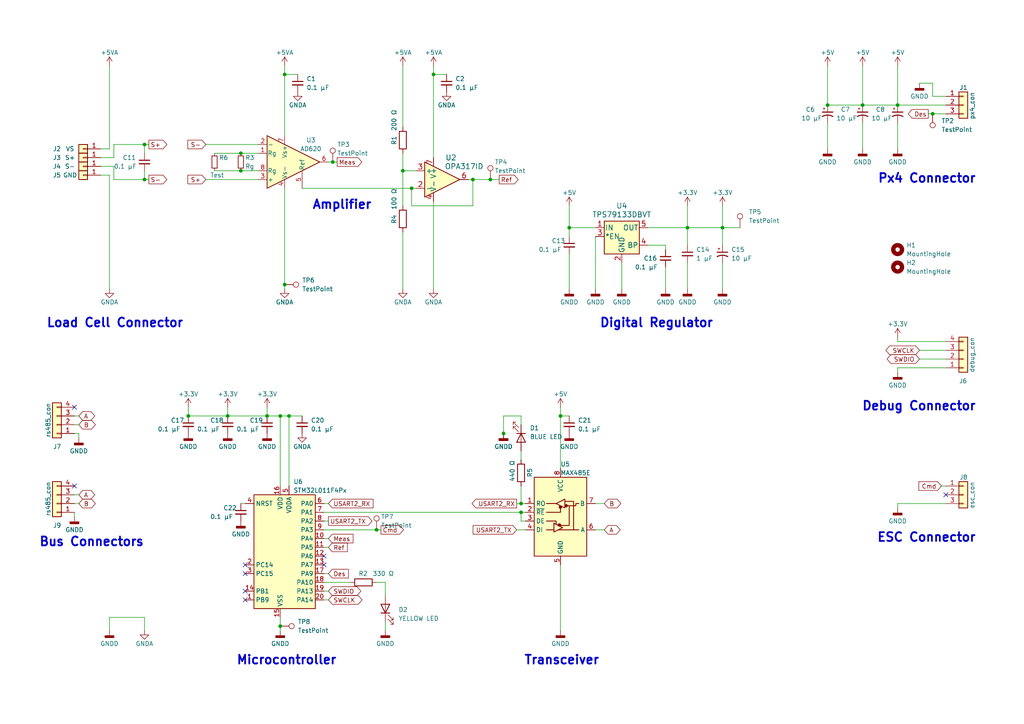
<source format=kicad_sch>
(kicad_sch (version 20230121) (generator eeschema)
  (paper "A4")
  (lib_symbols
    (symbol "Amplifier_Instrumentation:AD620" (pin_names (offset 0.127))
      (property "Reference" "U" (at 3.81 7.62 0))
      (property "Value" "AD620" (at 5.08 5.08 0))
      (symbol "AD620_0_1"
        (polyline (pts (xy -7.62 7.62) (xy -7.62 -7.62) (xy 7.62 0) (xy -7.62 7.62)) (stroke (width 0.254)) (fill (type background)))
      )
      (symbol "AD620_1_1"
        (pin passive line (at -10.16 2.54 0) (length 2.54) (name "Rg") (number "1"))
        (pin input line (at -10.16 5.08 0) (length 2.54) (name "-") (number "2"))
        (pin input line (at -10.16 -5.08 0) (length 2.54) (name "+") (number "3"))
        (pin power_in line (at -2.54 -7.62 90) (length 2.54) (name "Vs-") (number "4"))
        (pin passive line (at 2.54 -7.62 90) (length 5.08) (name "Ref") (number "5"))
        (pin output line (at 10.16 0 180) (length 2.54) (name "~") (number "6"))
        (pin power_in line (at -2.54 7.62 270) (length 2.54) (name "Vs+") (number "7"))
        (pin passive line (at -10.16 -2.54 0) (length 2.54) (name "Rg") (number "8"))
      )
    )
    (symbol "Connector:TestPoint" (pin_numbers hide) (pin_names (offset 0.762) hide)
      (property "Reference" "TP" (at 0 6.858 0))
      (property "Value" "TestPoint" (at 0 5.08 0))
      (symbol "TestPoint_0_1"
        (circle (center 0 3.302) (radius 0.762))
      )
      (symbol "TestPoint_1_1"
        (pin passive line (at 0 0 90) (length 2.54) (name "1") (number "1"))
      )
    )
    (symbol "Connector_Generic:Conn_01x01" (pin_names (offset 1.016) hide)
      (property "Reference" "J" (at 0 2.54 0))
      (property "Value" "Conn_01x01" (at 0 -2.54 0))
      (symbol "Conn_01x01_1_1"
        (rectangle (start -1.27 0.127) (end 0 -0.127) (stroke (width 0.1524)))
        (rectangle (start -1.27 1.27) (end 1.27 -1.27) (stroke (width 0.254)) (fill (type background)))
        (pin passive line (at -5.08 0 0) (length 3.81) (name "Pin_1") (number "1"))
      )
    )
    (symbol "Connector_Generic:Conn_01x03" (pin_names (offset 1.016) hide)
      (property "Reference" "J" (at 0 5.08 0))
      (property "Value" "Conn_01x03" (at 0 -5.08 0))
      (symbol "Conn_01x03_1_1"
        (rectangle (start -1.27 -2.413) (end 0 -2.667) (stroke (width 0.1524)))
        (rectangle (start -1.27 0.127) (end 0 -0.127) (stroke (width 0.1524)))
        (rectangle (start -1.27 2.667) (end 0 2.413) (stroke (width 0.1524)))
        (rectangle (start -1.27 3.81) (end 1.27 -3.81) (stroke (width 0.254)) (fill (type background)))
        (pin passive line (at -5.08 2.54 0) (length 3.81) (name "Pin_1") (number "1"))
        (pin passive line (at -5.08 0 0) (length 3.81) (name "Pin_2") (number "2"))
        (pin passive line (at -5.08 -2.54 0) (length 3.81) (name "Pin_3") (number "3"))
      )
    )
    (symbol "Connector_Generic:Conn_01x04" (pin_names (offset 1.016) hide)
      (property "Reference" "J" (at 0 5.08 0))
      (property "Value" "Conn_01x04" (at 0 -7.62 0))
      (symbol "Conn_01x04_1_1"
        (rectangle (start -1.27 -4.953) (end 0 -5.207) (stroke (width 0.1524)))
        (rectangle (start -1.27 -2.413) (end 0 -2.667) (stroke (width 0.1524)))
        (rectangle (start -1.27 0.127) (end 0 -0.127) (stroke (width 0.1524)))
        (rectangle (start -1.27 2.667) (end 0 2.413) (stroke (width 0.1524)))
        (rectangle (start -1.27 3.81) (end 1.27 -6.35) (stroke (width 0.254)) (fill (type background)))
        (pin passive line (at -5.08 2.54 0) (length 3.81) (name "Pin_1") (number "1"))
        (pin passive line (at -5.08 0 0) (length 3.81) (name "Pin_2") (number "2"))
        (pin passive line (at -5.08 -2.54 0) (length 3.81) (name "Pin_3") (number "3"))
        (pin passive line (at -5.08 -5.08 0) (length 3.81) (name "Pin_4") (number "4"))
      )
    )
    (symbol "Device:C_Polarized_Small_US" (pin_numbers hide) (pin_names (offset 0.254) hide)
      (property "Reference" "C" (at 0.254 1.778 0))
      (property "Value" "C_Polarized_Small_US" (at 0.254 -2.032 0))
      (symbol "C_Polarized_Small_US_0_1"
        (polyline (pts (xy -1.524 0.508) (xy 1.524 0.508)) (stroke (width 0.3048)))
        (polyline (pts (xy -1.27 1.524) (xy -0.762 1.524)))
        (polyline (pts (xy -1.016 1.27) (xy -1.016 1.778)))
        (arc (start 1.524 -0.762) (mid 0 -0.3734) (end -1.524 -0.762) (stroke (width 0.3048)))
      )
      (symbol "C_Polarized_Small_US_1_1"
        (pin passive line (at 0 2.54 270) (length 2.032) (name "~") (number "1"))
        (pin passive line (at 0 -2.54 90) (length 2.032) (name "~") (number "2"))
      )
    )
    (symbol "Device:C_Small" (pin_numbers hide) (pin_names (offset 0.254) hide)
      (property "Reference" "C" (at 0.254 1.778 0))
      (property "Value" "C_Small" (at 0.254 -2.032 0))
      (symbol "C_Small_0_1"
        (polyline (pts (xy -1.524 -0.508) (xy 1.524 -0.508)) (stroke (width 0.3302)))
        (polyline (pts (xy -1.524 0.508) (xy 1.524 0.508)) (stroke (width 0.3048)))
      )
      (symbol "C_Small_1_1"
        (pin passive line (at 0 2.54 270) (length 2.032) (name "~") (number "1"))
        (pin passive line (at 0 -2.54 90) (length 2.032) (name "~") (number "2"))
      )
    )
    (symbol "Device:LED" (pin_numbers hide) (pin_names (offset 1.016) hide)
      (property "Reference" "D" (at 0 2.54 0))
      (property "Value" "LED" (at 0 -2.54 0))
      (symbol "LED_0_1"
        (polyline (pts (xy -1.27 -1.27) (xy -1.27 1.27)) (stroke (width 0.254)))
        (polyline (pts (xy -1.27 0) (xy 1.27 0)))
        (polyline (pts (xy 1.27 -1.27) (xy 1.27 1.27) (xy -1.27 0) (xy 1.27 -1.27)) (stroke (width 0.254)))
        (polyline (pts (xy -3.048 -0.762) (xy -4.572 -2.286) (xy -3.81 -2.286) (xy -4.572 -2.286) (xy -4.572 -1.524)))
        (polyline (pts (xy -1.778 -0.762) (xy -3.302 -2.286) (xy -2.54 -2.286) (xy -3.302 -2.286) (xy -3.302 -1.524)))
      )
      (symbol "LED_1_1"
        (pin passive line (at -3.81 0 0) (length 2.54) (name "K") (number "1"))
        (pin passive line (at 3.81 0 180) (length 2.54) (name "A") (number "2"))
      )
    )
    (symbol "Device:R" (pin_numbers hide) (pin_names (offset 0))
      (property "Reference" "R" (at 2.032 0 90))
      (property "Value" "R" (at 0 0 90))
      (symbol "R_0_1"
        (rectangle (start -1.016 -2.54) (end 1.016 2.54) (stroke (width 0.254)))
      )
      (symbol "R_1_1"
        (pin passive line (at 0 3.81 270) (length 1.27) (name "~") (number "1"))
        (pin passive line (at 0 -3.81 90) (length 1.27) (name "~") (number "2"))
      )
    )
    (symbol "Device:R_Small" (pin_numbers hide) (pin_names (offset 0.254) hide)
      (property "Reference" "R" (at 0.762 0.508 0))
      (property "Value" "R_Small" (at 0.762 -1.016 0))
      (symbol "R_Small_0_1"
        (rectangle (start -0.762 1.778) (end 0.762 -1.778) (stroke (width 0.2032)))
      )
      (symbol "R_Small_1_1"
        (pin passive line (at 0 2.54 270) (length 0.762) (name "~") (number "1"))
        (pin passive line (at 0 -2.54 90) (length 0.762) (name "~") (number "2"))
      )
    )
    (symbol "Interface_UART:MAX485E"
      (property "Reference" "U" (at -6.096 11.43 0))
      (property "Value" "MAX485E" (at 0.762 11.43 0))
      (symbol "MAX485E_0_1"
        (rectangle (start -7.62 10.16) (end 7.62 -12.7) (stroke (width 0.254)) (fill (type background)))
        (circle (center -0.3048 -3.683) (radius 0.3556) (stroke (width 0.254)) (fill (type outline)))
        (circle (center -0.0254 1.4986) (radius 0.3556) (stroke (width 0.254)) (fill (type outline)))
        (polyline (pts (xy -4.064 -5.08) (xy -1.905 -5.08)) (stroke (width 0.254)))
        (polyline (pts (xy -4.064 2.54) (xy -1.27 2.54)) (stroke (width 0.254)))
        (polyline (pts (xy -1.27 -3.2004) (xy -1.27 -3.4544)) (stroke (width 0.254)))
        (polyline (pts (xy -0.635 -5.08) (xy 5.334 -5.08)) (stroke (width 0.254)))
        (polyline (pts (xy -4.064 -2.54) (xy -1.27 -2.54) (xy -1.27 -3.175)) (stroke (width 0.254)))
        (polyline (pts (xy 0 1.27) (xy 0 0) (xy -4.064 0)) (stroke (width 0.254)))
        (polyline (pts (xy 1.27 3.175) (xy 3.81 3.175) (xy 3.81 -5.08)) (stroke (width 0.254)))
        (polyline (pts (xy 2.54 1.905) (xy 2.54 -3.81) (xy 0 -3.81)) (stroke (width 0.254)))
        (polyline (pts (xy -1.905 -3.175) (xy -1.905 -5.715) (xy 0.635 -4.445) (xy -1.905 -3.175)) (stroke (width 0.254)))
        (polyline (pts (xy -1.27 2.54) (xy 1.27 3.81) (xy 1.27 1.27) (xy -1.27 2.54)) (stroke (width 0.254)))
        (polyline (pts (xy 1.905 1.905) (xy 4.445 1.905) (xy 4.445 2.54) (xy 5.334 2.54)) (stroke (width 0.254)))
        (rectangle (start 1.27 3.175) (end 1.27 3.175))
        (circle (center 1.651 1.905) (radius 0.3556) (stroke (width 0.254)) (fill (type outline)))
      )
      (symbol "MAX485E_1_1"
        (pin output line (at -10.16 2.54 0) (length 2.54) (name "RO") (number "1"))
        (pin input line (at -10.16 0 0) (length 2.54) (name "~{RE}") (number "2"))
        (pin input line (at -10.16 -2.54 0) (length 2.54) (name "DE") (number "3"))
        (pin input line (at -10.16 -5.08 0) (length 2.54) (name "DI") (number "4"))
        (pin power_in line (at 0 -15.24 90) (length 2.54) (name "GND") (number "5"))
        (pin bidirectional line (at 10.16 -5.08 180) (length 2.54) (name "A") (number "6"))
        (pin bidirectional line (at 10.16 2.54 180) (length 2.54) (name "B") (number "7"))
        (pin power_in line (at 0 12.7 270) (length 2.54) (name "VCC") (number "8"))
      )
    )
    (symbol "MCU_ST_STM32L0:STM32L011F4Px"
      (property "Reference" "U" (at -10.16 16.51 0))
      (property "Value" "STM32L011F4Px" (at 2.54 16.51 0))
      (symbol "STM32L011F4Px_0_1"
        (rectangle (start -10.16 -17.78) (end 7.62 15.24) (stroke (width 0.254)) (fill (type background)))
      )
      (symbol "STM32L011F4Px_1_1"
        (pin bidirectional line (at -12.7 -15.24 0) (length 2.54) (name "PB9") (number "1"))
        (pin bidirectional line (at 10.16 2.54 180) (length 2.54) (name "PA4") (number "10"))
        (pin bidirectional line (at 10.16 0 180) (length 2.54) (name "PA5") (number "11"))
        (pin bidirectional line (at 10.16 -2.54 180) (length 2.54) (name "PA6") (number "12"))
        (pin bidirectional line (at 10.16 -5.08 180) (length 2.54) (name "PA7") (number "13"))
        (pin bidirectional line (at -12.7 -12.7 0) (length 2.54) (name "PB1") (number "14"))
        (pin power_in line (at -2.54 -20.32 90) (length 2.54) (name "VSS") (number "15"))
        (pin power_in line (at -2.54 17.78 270) (length 2.54) (name "VDD") (number "16"))
        (pin bidirectional line (at 10.16 -7.62 180) (length 2.54) (name "PA9") (number "17"))
        (pin bidirectional line (at 10.16 -10.16 180) (length 2.54) (name "PA10") (number "18"))
        (pin bidirectional line (at 10.16 -12.7 180) (length 2.54) (name "PA13") (number "19"))
        (pin bidirectional line (at -12.7 -5.08 0) (length 2.54) (name "PC14") (number "2"))
        (pin bidirectional line (at 10.16 -15.24 180) (length 2.54) (name "PA14") (number "20"))
        (pin bidirectional line (at -12.7 -7.62 0) (length 2.54) (name "PC15") (number "3"))
        (pin input line (at -12.7 12.7 0) (length 2.54) (name "NRST") (number "4"))
        (pin power_in line (at 0 17.78 270) (length 2.54) (name "VDDA") (number "5"))
        (pin bidirectional line (at 10.16 12.7 180) (length 2.54) (name "PA0") (number "6"))
        (pin bidirectional line (at 10.16 10.16 180) (length 2.54) (name "PA1") (number "7"))
        (pin bidirectional line (at 10.16 7.62 180) (length 2.54) (name "PA2") (number "8"))
        (pin bidirectional line (at 10.16 5.08 180) (length 2.54) (name "PA3") (number "9"))
      )
    )
    (symbol "Mechanical:MountingHole" (pin_names (offset 1.016))
      (property "Reference" "H" (at 0 5.08 0))
      (property "Value" "MountingHole" (at 0 3.175 0))
      (symbol "MountingHole_0_1"
        (circle (center 0 0) (radius 1.27) (stroke (width 1.27)))
      )
    )
    (symbol "OPA317ID:OPA317ID" (pin_names (offset 0.258))
      (property "Reference" "U" (at 19.05 -2.54 0))
      (property "Value" "OPA317ID" (at 24.13 -5.08 0))
      (symbol "OPA317ID_0_1"
        (polyline (pts (xy 12.7 -3.81) (xy 22.86 -8.89) (xy 12.7 -13.97) (xy 12.7 -3.81)) (stroke (width 0.254)) (fill (type background)))
      )
      (symbol "OPA317ID_1_1"
        (pin no_connect line (at 15.24 -6.35 270) (length 2.54) hide (name "NC") (number "1"))
        (pin input line (at 10.16 -11.43 0) (length 2.54) (name "-") (number "2"))
        (pin input line (at 10.16 -6.35 0) (length 2.54) (name "+") (number "3"))
        (pin power_in line (at 15.24 -15.24 90) (length 2.54) (name "V-") (number "4"))
        (pin no_connect line (at 17.78 -6.35 270) (length 2.54) hide (name "NC") (number "5"))
        (pin output line (at 25.4 -8.89 180) (length 2.54) (name "") (number "6"))
        (pin power_in line (at 15.24 -2.54 270) (length 2.54) (name "V+") (number "7"))
        (pin no_connect line (at 17.78 -11.43 90) (length 2.54) hide (name "NC") (number "8"))
      )
    )
    (symbol "TPS79133DBVT:TPS79133DBVT" (pin_names (offset 0.254))
      (property "Reference" "U" (at 7.62 7.62 0))
      (property "Value" "TPS79133DBVT" (at 7.62 5.08 0))
      (symbol "TPS79133DBVT_1_1"
        (rectangle (start 12.7 -7.62) (end 2.54 1.905) (stroke (width 0.254)) (fill (type background)))
        (pin power_in line (at 0 0 0) (length 2.54) (name "IN") (number "1"))
        (pin power_in line (at 7.62 -10.16 90) (length 2.54) (name "GND") (number "2"))
        (pin input line (at 0 -2.54 0) (length 2.54) (name "*EN") (number "3"))
        (pin passive line (at 15.24 -5.08 180) (length 2.54) (name "BP") (number "4"))
        (pin power_out line (at 15.24 0 180) (length 2.54) (name "OUT") (number "5"))
      )
    )
    (symbol "power:+3.3V" (power) (pin_names (offset 0))
      (property "Value" "+3.3V" (at 0 3.556 0))
      (symbol "+3.3V_0_1"
        (polyline (pts (xy -0.762 1.27) (xy 0 2.54)))
        (polyline (pts (xy 0 0) (xy 0 2.54)))
        (polyline (pts (xy 0 2.54) (xy 0.762 1.27)))
      )
      (symbol "+3.3V_1_1"
        (pin power_in line (at 0 0 90) (length 0) hide (name "+3.3V") (number "1"))
      )
    )
    (symbol "power:+5V" (power) (pin_names (offset 0))
      (property "Value" "+5V" (at 0 3.556 0))
      (symbol "+5V_0_1"
        (polyline (pts (xy -0.762 1.27) (xy 0 2.54)))
        (polyline (pts (xy 0 0) (xy 0 2.54)))
        (polyline (pts (xy 0 2.54) (xy 0.762 1.27)))
      )
      (symbol "+5V_1_1"
        (pin power_in line (at 0 0 90) (length 0) hide (name "+5V") (number "1"))
      )
    )
    (symbol "power:+5VA" (power) (pin_names (offset 0))
      (property "Value" "+5VA" (at 0 3.556 0))
      (symbol "+5VA_0_1"
        (polyline (pts (xy -0.762 1.27) (xy 0 2.54)))
        (polyline (pts (xy 0 0) (xy 0 2.54)))
        (polyline (pts (xy 0 2.54) (xy 0.762 1.27)))
      )
      (symbol "+5VA_1_1"
        (pin power_in line (at 0 0 90) (length 0) hide (name "+5VA") (number "1"))
      )
    )
    (symbol "power:GNDA" (power) (pin_names (offset 0))
      (property "Value" "GNDA" (at 0 -3.81 0))
      (symbol "GNDA_0_1"
        (polyline (pts (xy 0 0) (xy 0 -1.27) (xy 1.27 -1.27) (xy 0 -2.54) (xy -1.27 -1.27) (xy 0 -1.27)))
      )
      (symbol "GNDA_1_1"
        (pin power_in line (at 0 0 270) (length 0) hide (name "GNDA") (number "1"))
      )
    )
    (symbol "power:GNDD" (power) (pin_names (offset 0))
      (property "Value" "GNDD" (at 0 -3.175 0))
      (symbol "GNDD_0_1"
        (rectangle (start -1.27 -1.524) (end 1.27 -2.032) (stroke (width 0.254)) (fill (type outline)))
        (polyline (pts (xy 0 0) (xy 0 -1.524)))
      )
      (symbol "GNDD_1_1"
        (pin power_in line (at 0 0 270) (length 0) hide (name "GNDD") (number "1"))
      )
    )
  )
  (junction (at 66.04 120.65))
  (junction (at 250.19 30.48))
  (junction (at 54.61 120.65))
  (junction (at 119.38 54.61))
  (junction (at 125.73 21.59))
  (junction (at 240.03 30.48))
  (junction (at 77.47 120.65))
  (junction (at 69.85 44.45))
  (junction (at 162.56 120.65))
  (junction (at 81.28 181.61))
  (junction (at 151.13 146.05))
  (junction (at 69.85 49.53))
  (junction (at 96.52 46.99))
  (junction (at 41.91 52.07))
  (junction (at 270.51 33.02))
  (junction (at 109.22 153.67))
  (junction (at 82.55 21.59))
  (junction (at 165.1 66.04))
  (junction (at 199.39 66.04))
  (junction (at 41.91 41.91))
  (junction (at 142.24 52.07))
  (junction (at 151.13 148.59))
  (junction (at 81.28 120.65))
  (junction (at 146.05 125.73))
  (junction (at 83.82 120.65))
  (junction (at 260.35 30.48))
  (junction (at 137.16 52.07))
  (junction (at 116.84 49.53))
  (junction (at 209.55 66.04))
  (junction (at 82.55 82.55))
  (no_connect (at 93.98 163.83))
  (no_connect (at 93.98 161.29))
  (no_connect (at 71.12 173.99))
  (no_connect (at 71.12 163.83))
  (no_connect (at 71.12 171.45))
  (no_connect (at 71.12 166.37))
  (no_connect (at 21.59 140.97))
  (no_connect (at 21.59 118.11))
  (no_connect (at 274.32 143.51))
  (wire (pts (xy 93.98 171.45) (xy 95.25 171.45)))
  (wire (pts (xy 81.28 120.65) (xy 83.82 120.65)))
  (wire (pts (xy 21.59 120.65) (xy 22.86 120.65)))
  (wire (pts (xy 260.35 99.06) (xy 274.32 99.06)))
  (wire (pts (xy 209.55 83.82) (xy 209.55 76.2)))
  (wire (pts (xy 31.75 50.8) (xy 31.75 83.82)))
  (wire (pts (xy 62.23 44.45) (xy 69.85 44.45)))
  (wire (pts (xy 137.16 52.07) (xy 137.16 59.69)))
  (wire (pts (xy 33.02 52.07) (xy 41.91 52.07)))
  (wire (pts (xy 119.38 54.61) (xy 119.38 59.69)))
  (wire (pts (xy 116.84 19.05) (xy 116.84 36.83)))
  (wire (pts (xy 266.7 104.14) (xy 274.32 104.14)))
  (wire (pts (xy 54.61 118.11) (xy 54.61 120.65)))
  (wire (pts (xy 21.59 149.86) (xy 21.59 148.59)))
  (wire (pts (xy 93.98 148.59) (xy 151.13 148.59)))
  (wire (pts (xy 151.13 151.13) (xy 151.13 148.59)))
  (wire (pts (xy 165.1 73.66) (xy 165.1 83.82)))
  (wire (pts (xy 165.1 66.04) (xy 165.1 68.58)))
  (wire (pts (xy 41.91 52.07) (xy 43.18 52.07)))
  (wire (pts (xy 93.98 158.75) (xy 95.25 158.75)))
  (wire (pts (xy 162.56 118.11) (xy 162.56 120.65)))
  (wire (pts (xy 187.96 71.12) (xy 193.04 71.12)))
  (wire (pts (xy 116.84 49.53) (xy 116.84 59.69)))
  (wire (pts (xy 270.51 24.13) (xy 270.51 27.94)))
  (wire (pts (xy 119.38 54.61) (xy 120.65 54.61)))
  (wire (pts (xy 172.72 146.05) (xy 175.26 146.05)))
  (wire (pts (xy 180.34 76.2) (xy 180.34 83.82)))
  (wire (pts (xy 21.59 125.73) (xy 22.86 125.73)))
  (wire (pts (xy 81.28 140.97) (xy 81.28 120.65)))
  (wire (pts (xy 83.82 120.65) (xy 87.63 120.65)))
  (wire (pts (xy 109.22 168.91) (xy 111.76 168.91)))
  (wire (pts (xy 29.21 43.18) (xy 31.75 43.18)))
  (wire (pts (xy 260.35 146.05) (xy 260.35 147.32)))
  (wire (pts (xy 93.98 151.13) (xy 95.25 151.13)))
  (wire (pts (xy 82.55 21.59) (xy 82.55 39.37)))
  (wire (pts (xy 93.98 146.05) (xy 95.25 146.05)))
  (wire (pts (xy 82.55 54.61) (xy 82.55 82.55)))
  (wire (pts (xy 151.13 130.81) (xy 151.13 133.35)))
  (wire (pts (xy 146.05 120.65) (xy 146.05 125.73)))
  (wire (pts (xy 172.72 153.67) (xy 175.26 153.67)))
  (wire (pts (xy 240.03 19.05) (xy 240.03 30.48)))
  (wire (pts (xy 33.02 45.72) (xy 33.02 41.91)))
  (wire (pts (xy 59.69 52.07) (xy 74.93 52.07)))
  (wire (pts (xy 77.47 120.65) (xy 81.28 120.65)))
  (wire (pts (xy 250.19 35.56) (xy 250.19 43.18)))
  (wire (pts (xy 151.13 148.59) (xy 152.4 148.59)))
  (wire (pts (xy 151.13 120.65) (xy 146.05 120.65)))
  (wire (pts (xy 82.55 19.05) (xy 82.55 21.59)))
  (wire (pts (xy 260.35 30.48) (xy 274.32 30.48)))
  (wire (pts (xy 149.86 153.67) (xy 152.4 153.67)))
  (wire (pts (xy 116.84 67.31) (xy 116.84 83.82)))
  (wire (pts (xy 125.73 21.59) (xy 129.54 21.59)))
  (wire (pts (xy 135.89 52.07) (xy 137.16 52.07)))
  (wire (pts (xy 59.69 41.91) (xy 74.93 41.91)))
  (wire (pts (xy 125.73 58.42) (xy 125.73 83.82)))
  (wire (pts (xy 83.82 120.65) (xy 83.82 140.97)))
  (wire (pts (xy 93.98 153.67) (xy 109.22 153.67)))
  (wire (pts (xy 199.39 76.2) (xy 199.39 83.82)))
  (wire (pts (xy 260.35 107.95) (xy 260.35 106.68)))
  (wire (pts (xy 41.91 41.91) (xy 41.91 44.45)))
  (wire (pts (xy 209.55 66.04) (xy 199.39 66.04)))
  (wire (pts (xy 31.75 19.05) (xy 31.75 43.18)))
  (wire (pts (xy 31.75 179.07) (xy 41.91 179.07)))
  (wire (pts (xy 111.76 180.34) (xy 111.76 182.88)))
  (wire (pts (xy 21.59 146.05) (xy 22.86 146.05)))
  (wire (pts (xy 240.03 35.56) (xy 240.03 43.18)))
  (wire (pts (xy 151.13 123.19) (xy 151.13 120.65)))
  (wire (pts (xy 162.56 120.65) (xy 162.56 135.89)))
  (wire (pts (xy 209.55 71.12) (xy 209.55 66.04)))
  (wire (pts (xy 93.98 156.21) (xy 95.25 156.21)))
  (wire (pts (xy 165.1 66.04) (xy 172.72 66.04)))
  (wire (pts (xy 270.51 27.94) (xy 274.32 27.94)))
  (wire (pts (xy 151.13 146.05) (xy 152.4 146.05)))
  (wire (pts (xy 66.04 120.65) (xy 77.47 120.65)))
  (wire (pts (xy 270.51 33.02) (xy 269.24 33.02)))
  (wire (pts (xy 81.28 179.07) (xy 81.28 181.61)))
  (wire (pts (xy 62.23 49.53) (xy 69.85 49.53)))
  (wire (pts (xy 29.21 50.8) (xy 31.75 50.8)))
  (wire (pts (xy 33.02 48.26) (xy 33.02 52.07)))
  (wire (pts (xy 41.91 179.07) (xy 41.91 182.88)))
  (wire (pts (xy 209.55 59.69) (xy 209.55 66.04)))
  (wire (pts (xy 193.04 71.12) (xy 193.04 72.39)))
  (wire (pts (xy 199.39 59.69) (xy 199.39 66.04)))
  (wire (pts (xy 116.84 44.45) (xy 116.84 49.53)))
  (wire (pts (xy 29.21 48.26) (xy 33.02 48.26)))
  (wire (pts (xy 69.85 49.53) (xy 74.93 49.53)))
  (wire (pts (xy 137.16 52.07) (xy 142.24 52.07)))
  (wire (pts (xy 260.35 146.05) (xy 274.32 146.05)))
  (wire (pts (xy 69.85 146.05) (xy 71.12 146.05)))
  (wire (pts (xy 87.63 54.61) (xy 119.38 54.61)))
  (wire (pts (xy 41.91 41.91) (xy 43.18 41.91)))
  (wire (pts (xy 125.73 19.05) (xy 125.73 21.59)))
  (wire (pts (xy 162.56 120.65) (xy 165.1 120.65)))
  (wire (pts (xy 31.75 182.88) (xy 31.75 179.07)))
  (wire (pts (xy 119.38 59.69) (xy 137.16 59.69)))
  (wire (pts (xy 22.86 127) (xy 22.86 125.73)))
  (wire (pts (xy 95.25 46.99) (xy 96.52 46.99)))
  (wire (pts (xy 41.91 49.53) (xy 41.91 52.07)))
  (wire (pts (xy 209.55 66.04) (xy 214.63 66.04)))
  (wire (pts (xy 81.28 181.61) (xy 81.28 182.88)))
  (wire (pts (xy 152.4 151.13) (xy 151.13 151.13)))
  (wire (pts (xy 165.1 59.69) (xy 165.1 66.04)))
  (wire (pts (xy 125.73 21.59) (xy 125.73 45.72)))
  (wire (pts (xy 29.21 45.72) (xy 33.02 45.72)))
  (wire (pts (xy 109.22 153.67) (xy 110.49 153.67)))
  (wire (pts (xy 193.04 77.47) (xy 193.04 83.82)))
  (wire (pts (xy 199.39 66.04) (xy 199.39 71.12)))
  (wire (pts (xy 93.98 166.37) (xy 95.25 166.37)))
  (wire (pts (xy 260.35 97.79) (xy 260.35 99.06)))
  (wire (pts (xy 111.76 168.91) (xy 111.76 172.72)))
  (wire (pts (xy 69.85 44.45) (xy 74.93 44.45)))
  (wire (pts (xy 172.72 68.58) (xy 172.72 83.82)))
  (wire (pts (xy 82.55 21.59) (xy 86.36 21.59)))
  (wire (pts (xy 116.84 49.53) (xy 120.65 49.53)))
  (wire (pts (xy 21.59 123.19) (xy 22.86 123.19)))
  (wire (pts (xy 260.35 106.68) (xy 274.32 106.68)))
  (wire (pts (xy 93.98 173.99) (xy 95.25 173.99)))
  (wire (pts (xy 162.56 163.83) (xy 162.56 182.88)))
  (wire (pts (xy 77.47 118.11) (xy 77.47 120.65)))
  (wire (pts (xy 66.04 118.11) (xy 66.04 120.65)))
  (wire (pts (xy 266.7 24.13) (xy 270.51 24.13)))
  (wire (pts (xy 151.13 140.97) (xy 151.13 146.05)))
  (wire (pts (xy 33.02 41.91) (xy 41.91 41.91)))
  (wire (pts (xy 142.24 52.07) (xy 144.78 52.07)))
  (wire (pts (xy 93.98 168.91) (xy 101.6 168.91)))
  (wire (pts (xy 260.35 35.56) (xy 260.35 43.18)))
  (wire (pts (xy 266.7 101.6) (xy 274.32 101.6)))
  (wire (pts (xy 270.51 33.02) (xy 274.32 33.02)))
  (wire (pts (xy 96.52 46.99) (xy 97.79 46.99)))
  (wire (pts (xy 149.86 146.05) (xy 151.13 146.05)))
  (wire (pts (xy 250.19 19.05) (xy 250.19 30.48)))
  (wire (pts (xy 273.05 140.97) (xy 274.32 140.97)))
  (wire (pts (xy 250.19 30.48) (xy 260.35 30.48)))
  (wire (pts (xy 240.03 30.48) (xy 250.19 30.48)))
  (wire (pts (xy 54.61 120.65) (xy 66.04 120.65)))
  (wire (pts (xy 187.96 66.04) (xy 199.39 66.04)))
  (wire (pts (xy 260.35 19.05) (xy 260.35 30.48)))
  (wire (pts (xy 82.55 82.55) (xy 82.55 83.82)))
  (wire (pts (xy 21.59 143.51) (xy 22.86 143.51)))
  (text "Debug Connector" (at 283.21 119.38 0) (effects (font (size 2.54 2.54) (thickness 0.508) bold) (justify right bottom)))
  (text "Bus Connectors\n" (at 41.91 158.75 0) (effects (font (size 2.54 2.54) (thickness 0.508) bold) (justify right bottom)))
  (text "Transceiver\n" (at 173.99 193.04 0) (effects (font (size 2.54 2.54) (thickness 0.508) bold) (justify right bottom)))
  (text "ESC Connector" (at 283.21 157.48 0) (effects (font (size 2.54 2.54) (thickness 0.508) bold) (justify right bottom)))
  (text "Px4 Connector" (at 283.21 53.34 0) (effects (font (size 2.54 2.54) (thickness 0.508) bold) (justify right bottom)))
  (text "Digital Regulator\n" (at 207.01 95.25 0) (effects (font (size 2.54 2.54) (thickness 0.508) bold) (justify right bottom)))
  (text "Microcontroller" (at 97.79 193.04 0) (effects (font (size 2.54 2.54) (thickness 0.508) bold) (justify right bottom)))
  (text "Load Cell Connector" (at 53.34 95.25 0) (effects (font (size 2.54 2.54) (thickness 0.508) bold) (justify right bottom)))
  (text "Amplifier\n" (at 107.95 60.96 0) (effects (font (size 2.54 2.54) (thickness 0.508) bold) (justify right bottom)))
  (global_label "B" (shape bidirectional) (at 175.26 146.05 0) (property "Intersheetrefs" "${INTERSHEET_REFS}" (effects hide)))
  (global_label "S+" (shape output) (at 43.18 41.91 0) (property "Intersheetrefs" "${INTERSHEET_REFS}" (effects hide)))
  (global_label "USART2_RX" (shape input) (at 95.25 146.05 0) (property "Intersheetrefs" "${INTERSHEET_REFS}" (effects hide)))
  (global_label "A" (shape bidirectional) (at 22.86 120.65 0) (property "Intersheetrefs" "${INTERSHEET_REFS}" (effects hide)))
  (global_label "Cmd" (shape input) (at 273.05 140.97 180) (property "Intersheetrefs" "${INTERSHEET_REFS}" (effects hide)))
  (global_label "USART2_RX" (shape output) (at 149.86 146.05 180) (property "Intersheetrefs" "${INTERSHEET_REFS}" (effects hide)))
  (global_label "Ref" (shape output) (at 144.78 52.07 0) (property "Intersheetrefs" "${INTERSHEET_REFS}" (effects hide)))
  (global_label "SWCLK" (shape bidirectional) (at 266.7 101.6 180) (property "Intersheetrefs" "${INTERSHEET_REFS}" (effects hide)))
  (global_label "A" (shape bidirectional) (at 22.86 143.51 0) (property "Intersheetrefs" "${INTERSHEET_REFS}" (effects hide)))
  (global_label "A" (shape bidirectional) (at 175.26 153.67 0) (property "Intersheetrefs" "${INTERSHEET_REFS}" (effects hide)))
  (global_label "S-" (shape input) (at 59.69 41.91 180) (property "Intersheetrefs" "${INTERSHEET_REFS}" (effects hide)))
  (global_label "S-" (shape output) (at 43.18 52.07 0) (property "Intersheetrefs" "${INTERSHEET_REFS}" (effects hide)))
  (global_label "Des" (shape input) (at 95.25 166.37 0) (property "Intersheetrefs" "${INTERSHEET_REFS}" (effects hide)))
  (global_label "USART2_TX" (shape output) (at 95.25 151.13 0) (property "Intersheetrefs" "${INTERSHEET_REFS}" (effects hide)))
  (global_label "Meas" (shape input) (at 95.25 156.21 0) (property "Intersheetrefs" "${INTERSHEET_REFS}" (effects hide)))
  (global_label "SWDIO" (shape bidirectional) (at 266.7 104.14 180) (property "Intersheetrefs" "${INTERSHEET_REFS}" (effects hide)))
  (global_label "Des" (shape output) (at 269.24 33.02 180) (property "Intersheetrefs" "${INTERSHEET_REFS}" (effects hide)))
  (global_label "Cmd" (shape output) (at 110.49 153.67 0) (property "Intersheetrefs" "${INTERSHEET_REFS}" (effects hide)))
  (global_label "B" (shape bidirectional) (at 22.86 123.19 0) (property "Intersheetrefs" "${INTERSHEET_REFS}" (effects hide)))
  (global_label "Ref" (shape input) (at 95.25 158.75 0) (property "Intersheetrefs" "${INTERSHEET_REFS}" (effects hide)))
  (global_label "S+" (shape input) (at 59.69 52.07 180) (property "Intersheetrefs" "${INTERSHEET_REFS}" (effects hide)))
  (global_label "SWCLK" (shape bidirectional) (at 95.25 173.99 0) (property "Intersheetrefs" "${INTERSHEET_REFS}" (effects hide)))
  (global_label "SWDIO" (shape bidirectional) (at 95.25 171.45 0) (property "Intersheetrefs" "${INTERSHEET_REFS}" (effects hide)))
  (global_label "Meas" (shape output) (at 97.79 46.99 0) (property "Intersheetrefs" "${INTERSHEET_REFS}" (effects hide)))
  (global_label "B" (shape bidirectional) (at 22.86 146.05 0) (property "Intersheetrefs" "${INTERSHEET_REFS}" (effects hide)))
  (global_label "USART2_TX" (shape input) (at 149.86 153.67 180) (property "Intersheetrefs" "${INTERSHEET_REFS}" (effects hide)))
  (symbol (lib_id "power:GNDD") (at 31.75 182.88 0) (unit 1)
    (property "Reference" "#PWR058" (effects hide))
    (property "Value" "GNDD" (at 31.75 186.69 0))
  )
  (symbol (lib_id "Device:C_Polarized_Small_US") (at 250.19 33.02 0) (unit 1)
    (property "Reference" "C7" (at 243.84 31.75 0) (effects (justify left)))
    (property "Value" "10 μF" (at 242.57 34.29 0) (effects (justify left)))
    (property "Footprint" "Capacitor_SMD:C_0805_2012Metric_Pad1.18x1.45mm_HandSolder" (effects hide))
    (property "Datasheet" "https://www.mouser.es/datasheet/2/212/KEM_C1006_X5R_SMD-1103249.pdf" (effects hide))
  )
  (symbol (lib_id "TPS79133DBVT:TPS79133DBVT") (at 172.72 66.04 0) (unit 1)
    (property "Reference" "U4" (at 180.34 59.69 0) (effects (font (size 1.524 1.524))))
    (property "Value" "TPS79133DBVT" (at 180.34 62.23 0) (effects (font (size 1.524 1.524))))
    (property "Footprint" "TPS79133DBVT:TPS79133DBVT" (effects hide))
    (property "Datasheet" "https://www.ti.com/lit/ds/symlink/tps791.pdf?ts=1664976144880&ref_url=https%253A%252F%252Fwww.ti.com%252Fproduct%252FTPS791%252Fpart-details%252FTPS79133DBVT" (effects hide))
  )
  (symbol (lib_id "Connector_Generic:Conn_01x01") (at 24.13 48.26 180) (unit 1)
    (property "Reference" "J4" (at 16.51 48.26 0))
    (property "Value" "S-" (at 20.32 48.26 0))
    (property "Footprint" "Connector_Wire:SolderWirePad_1x01_SMD_1x2mm" (effects hide))
  )
  (symbol (lib_id "Device:C_Small") (at 54.61 123.19 0) (unit 1)
    (property "Reference" "C17" (at 49.53 121.92 0) (effects (justify left)))
    (property "Value" "0.1 μF" (at 45.72 124.46 0) (effects (justify left)))
    (property "Footprint" "Capacitor_SMD:C_0805_2012Metric_Pad1.18x1.45mm_HandSolder" (effects hide))
    (property "Datasheet" "https://www.mouser.es/datasheet/2/212/KEM_C1023_X7R_AUTO_SMD-1093309.pdf" (effects hide))
  )
  (symbol (lib_id "Device:R_Small") (at 69.85 46.99 0) (unit 1)
    (property "Reference" "R3" (at 71.12 45.72 0) (effects (justify left)))
    (property "Value" "Rg" (at 71.12 48.26 0) (effects (justify left)))
    (property "Footprint" "Resistor_SMD:R_0805_2012Metric_Pad1.20x1.40mm_HandSolder" (effects hide))
    (property "Datasheet" "https://www.mouser.es/datasheet/2/348/sdr_e-3009658.pdf" (effects hide))
  )
  (symbol (lib_id "Connector:TestPoint") (at 142.24 52.07 0) (unit 1)
    (property "Reference" "TP4" (at 143.51 46.99 0) (effects (justify left)))
    (property "Value" "TestPoint" (at 143.51 49.53 0) (effects (justify left)))
    (property "Footprint" "TestPoint:TestPoint_THTPad_D2.0mm_Drill1.0mm" (effects hide))
  )
  (symbol (lib_id "Device:C_Polarized_Small_US") (at 240.03 33.02 0) (unit 1)
    (property "Reference" "C6" (at 233.68 31.75 0) (effects (justify left)))
    (property "Value" "10 μF" (at 232.41 34.29 0) (effects (justify left)))
    (property "Footprint" "Capacitor_SMD:C_0805_2012Metric_Pad1.18x1.45mm_HandSolder" (effects hide))
    (property "Datasheet" "https://www.mouser.es/datasheet/2/212/KEM_C1006_X5R_SMD-1103249.pdf" (effects hide))
  )
  (symbol (lib_id "power:GNDD") (at 162.56 182.88 0) (unit 1)
    (property "Reference" "#PWR020" (effects hide))
    (property "Value" "GNDD" (at 162.56 186.69 0))
  )
  (symbol (lib_id "power:GNDD") (at 260.35 107.95 0) (unit 1)
    (property "Reference" "#PWR039" (effects hide))
    (property "Value" "GNDD" (at 260.35 111.76 0))
  )
  (symbol (lib_id "Device:C_Small") (at 69.85 148.59 0) (unit 1)
    (property "Reference" "C22" (at 64.77 147.32 0) (effects (justify left)))
    (property "Value" "0.1 μF" (at 60.96 149.86 0) (effects (justify left)))
    (property "Footprint" "Capacitor_SMD:C_0805_2012Metric_Pad1.18x1.45mm_HandSolder" (effects hide))
    (property "Datasheet" "https://www.mouser.es/datasheet/2/212/KEM_C1023_X7R_AUTO_SMD-1093309.pdf" (effects hide))
  )
  (symbol (lib_id "Connector:TestPoint") (at 82.55 82.55 270) (unit 1)
    (property "Reference" "TP6" (at 87.63 81.2799 90) (effects (justify left)))
    (property "Value" "TestPoint" (at 87.63 83.8199 90) (effects (justify left)))
    (property "Footprint" "TestPoint:TestPoint_THTPad_D2.0mm_Drill1.0mm" (effects hide))
  )
  (symbol (lib_id "Connector_Generic:Conn_01x04") (at 16.51 123.19 180) (unit 1)
    (property "Reference" "J7" (at 17.78 129.54 0) (effects (justify left)))
    (property "Value" "rs485_con" (at 13.97 116.84 90) (effects (justify left)))
    (property "Footprint" "Connector_JST:JST_GH_SM04B-GHS-TB_1x04-1MP_P1.25mm_Horizontal" (effects hide))
    (property "Datasheet" "https://docs.rs-online.com/07d9/0900766b810cef18.pdf" (effects hide))
  )
  (symbol (lib_id "power:GNDD") (at 22.86 127 0) (unit 1)
    (property "Reference" "#PWR053" (effects hide))
    (property "Value" "GNDD" (at 22.86 130.81 0))
  )
  (symbol (lib_id "Connector:TestPoint") (at 109.22 153.67 0) (unit 1)
    (property "Reference" "TP7" (at 110.49 149.86 0) (effects (justify left)))
    (property "Value" "TestPoint" (at 110.49 152.4 0) (effects (justify left)))
    (property "Footprint" "TestPoint:TestPoint_THTPad_D2.0mm_Drill1.0mm" (effects hide))
  )
  (symbol (lib_id "Amplifier_Instrumentation:AD620") (at 85.09 46.99 0) (unit 1)
    (property "Reference" "U3" (at 90.17 40.64 0))
    (property "Value" "AD620" (at 90.17 43.18 0))
    (property "Footprint" "Package_SO:SOIC-8_3.9x4.9mm_P1.27mm" (effects hide))
    (property "Datasheet" "https://www.analog.com/media/en/technical-documentation/data-sheets/AD620.pdf" (effects hide))
  )
  (symbol (lib_id "power:GNDA") (at 31.75 83.82 0) (unit 1)
    (property "Reference" "#PWR027" (effects hide))
    (property "Value" "GNDA" (at 31.75 87.63 0))
  )
  (symbol (lib_id "power:+5VA") (at 125.73 19.05 0) (unit 1)
    (property "Reference" "#PWR015" (effects hide))
    (property "Value" "+5VA" (at 125.73 15.24 0))
  )
  (symbol (lib_id "Device:C_Small") (at 129.54 24.13 0) (unit 1)
    (property "Reference" "C2" (at 132.08 22.86 0) (effects (justify left)))
    (property "Value" "0.1 μF" (at 132.08 25.4 0) (effects (justify left)))
    (property "Footprint" "Capacitor_SMD:C_0805_2012Metric_Pad1.18x1.45mm_HandSolder" (effects hide))
    (property "Datasheet" "https://www.mouser.es/datasheet/2/212/KEM_C1023_X7R_AUTO_SMD-1093309.pdf" (effects hide))
  )
  (symbol (lib_id "Device:C_Small") (at 87.63 123.19 0) (unit 1)
    (property "Reference" "C20" (at 90.17 121.92 0) (effects (justify left)))
    (property "Value" "0.1 μF" (at 90.17 124.46 0) (effects (justify left)))
    (property "Footprint" "Capacitor_SMD:C_0805_2012Metric_Pad1.18x1.45mm_HandSolder" (effects hide))
    (property "Datasheet" "https://www.mouser.es/datasheet/2/212/KEM_C1023_X7R_AUTO_SMD-1093309.pdf" (effects hide))
  )
  (symbol (lib_id "Connector_Generic:Conn_01x01") (at 24.13 43.18 180) (unit 1)
    (property "Reference" "J2" (at 16.51 43.18 0))
    (property "Value" "VS" (at 20.32 43.18 0))
    (property "Footprint" "Connector_Wire:SolderWirePad_1x01_SMD_1x2mm" (effects hide))
  )
  (symbol (lib_id "power:+3.3V") (at 199.39 59.69 0) (unit 1)
    (property "Reference" "#PWR025" (effects hide))
    (property "Value" "+3.3V" (at 199.39 55.88 0))
  )
  (symbol (lib_id "power:+5VA") (at 82.55 19.05 0) (unit 1)
    (property "Reference" "#PWR06" (effects hide))
    (property "Value" "+5VA" (at 82.55 15.24 0))
  )
  (symbol (lib_id "power:GNDD") (at 66.04 125.73 0) (unit 1)
    (property "Reference" "#PWR047" (effects hide))
    (property "Value" "GNDD" (at 66.04 129.54 0))
  )
  (symbol (lib_id "power:GNDD") (at 260.35 147.32 0) (unit 1)
    (property "Reference" "#PWR055" (effects hide))
    (property "Value" "GNDD" (at 260.35 151.13 0))
  )
  (symbol (lib_id "Connector:TestPoint") (at 96.52 46.99 0) (unit 1)
    (property "Reference" "TP3" (at 97.79 41.91 0) (effects (justify left)))
    (property "Value" "TestPoint" (at 97.79 44.45 0) (effects (justify left)))
    (property "Footprint" "TestPoint:TestPoint_THTPad_D2.0mm_Drill1.0mm" (effects hide))
  )
  (symbol (lib_id "Connector_Generic:Conn_01x01") (at 24.13 45.72 180) (unit 1)
    (property "Reference" "J3" (at 16.51 45.72 0))
    (property "Value" "S+" (at 20.32 45.72 0))
    (property "Footprint" "Connector_Wire:SolderWirePad_1x01_SMD_1x2mm" (effects hide))
  )
  (symbol (lib_id "Device:C_Polarized_Small_US") (at 209.55 73.66 0) (unit 1)
    (property "Reference" "C15" (at 212.09 72.39 0) (effects (justify left)))
    (property "Value" "10 μF" (at 212.09 74.93 0) (effects (justify left)))
    (property "Footprint" "Capacitor_SMD:C_0805_2012Metric_Pad1.18x1.45mm_HandSolder" (effects hide))
    (property "Datasheet" "https://www.mouser.es/datasheet/2/212/KEM_C1006_X5R_SMD-1103249.pdf" (effects hide))
  )
  (symbol (lib_id "power:GNDD") (at 260.35 43.18 0) (unit 1)
    (property "Reference" "#PWR022" (effects hide))
    (property "Value" "GNDD" (at 260.35 46.99 0))
  )
  (symbol (lib_id "Device:C_Small") (at 165.1 71.12 0) (unit 1)
    (property "Reference" "C13" (at 160.02 69.85 0) (effects (justify left)))
    (property "Value" "0.1 μF" (at 156.21 72.39 0) (effects (justify left)))
    (property "Footprint" "Capacitor_SMD:C_0805_2012Metric_Pad1.18x1.45mm_HandSolder" (effects hide))
    (property "Datasheet" "https://www.mouser.es/datasheet/2/212/KEM_C1023_X7R_AUTO_SMD-1093309.pdf" (effects hide))
  )
  (symbol (lib_id "Device:R") (at 116.84 63.5 180) (unit 1)
    (property "Reference" "R4" (at 114.3 62.23 90) (effects (justify left)))
    (property "Value" "100 Ω" (at 114.3 54.61 90) (effects (justify left)))
    (property "Footprint" "Resistor_SMD:R_0805_2012Metric_Pad1.20x1.40mm_HandSolder" (effects hide))
    (property "Datasheet" "https://www.mouser.es/datasheet/2/348/sdr_e-3009658.pdf" (effects hide))
  )
  (symbol (lib_id "power:+5V") (at 165.1 59.69 0) (unit 1)
    (property "Reference" "#PWR024" (effects hide))
    (property "Value" "+5V" (at 165.1 55.88 0))
  )
  (symbol (lib_id "Connector_Generic:Conn_01x01") (at 24.13 50.8 180) (unit 1)
    (property "Reference" "J5" (at 16.51 50.8 0))
    (property "Value" "GND" (at 20.32 50.8 0))
    (property "Footprint" "Connector_Wire:SolderWirePad_1x01_SMD_1x2mm" (effects hide))
  )
  (symbol (lib_id "power:GNDD") (at 146.05 125.73 0) (unit 1)
    (property "Reference" "#PWR050" (effects hide))
    (property "Value" "GNDD" (at 146.05 129.54 0))
  )
  (symbol (lib_id "power:+3.3V") (at 77.47 118.11 0) (unit 1)
    (property "Reference" "#PWR043" (effects hide))
    (property "Value" "+3.3V" (at 77.47 114.3 0))
  )
  (symbol (lib_id "Device:C_Small") (at 199.39 73.66 0) (unit 1)
    (property "Reference" "C14" (at 201.93 72.39 0) (effects (justify left)))
    (property "Value" "1 μF" (at 201.93 74.93 0) (effects (justify left)))
    (property "Footprint" "Capacitor_SMD:C_0805_2012Metric_Pad1.18x1.45mm_HandSolder" (effects hide))
    (property "Datasheet" "https://www.mouser.es/datasheet/2/212/KEM_C1006_X5R_SMD-1103249.pdf" (effects hide))
  )
  (symbol (lib_id "Connector:TestPoint") (at 214.63 66.04 0) (unit 1)
    (property "Reference" "TP5" (at 217.17 61.4679 0) (effects (justify left)))
    (property "Value" "TestPoint" (at 217.17 64.0079 0) (effects (justify left)))
    (property "Footprint" "TestPoint:TestPoint_THTPad_D2.0mm_Drill1.0mm" (effects hide))
  )
  (symbol (lib_id "power:+3.3V") (at 260.35 97.79 0) (unit 1)
    (property "Reference" "#PWR038" (effects hide))
    (property "Value" "+3.3V" (at 260.35 93.98 0))
  )
  (symbol (lib_id "Device:LED") (at 151.13 127 270) (unit 1)
    (property "Reference" "D1" (at 153.67 124.1424 90) (effects (justify left)))
    (property "Value" "BLUE LED" (at 153.67 126.6824 90) (effects (justify left)))
    (property "Footprint" "LED_SMD:LED_0805_2012Metric_Pad1.15x1.40mm_HandSolder" (effects hide))
    (property "Datasheet" "https://www.mouser.es/datasheet/2/180/IN_S85CS5B_V1_0-2257952.pdf" (effects hide))
  )
  (symbol (lib_id "power:GNDD") (at 193.04 83.82 0) (unit 1)
    (property "Reference" "#PWR035" (effects hide))
    (property "Value" "GNDD" (at 193.04 87.63 0))
  )
  (symbol (lib_id "power:+3.3V") (at 66.04 118.11 0) (unit 1)
    (property "Reference" "#PWR042" (effects hide))
    (property "Value" "+3.3V" (at 66.04 114.3 0))
  )
  (symbol (lib_id "Connector_Generic:Conn_01x03") (at 279.4 30.48 0) (unit 1)
    (property "Reference" "J1" (at 280.67 25.4 0) (effects (justify right)))
    (property "Value" "px4_con" (at 281.94 26.67 90) (effects (justify right)))
    (property "Footprint" "Connector_PinHeader_2.54mm:PinHeader_1x03_P2.54mm_Horizontal" (effects hide))
  )
  (symbol (lib_id "power:GNDD") (at 240.03 43.18 0) (unit 1)
    (property "Reference" "#PWR0101" (effects hide))
    (property "Value" "GNDD" (at 240.03 46.99 0))
  )
  (symbol (lib_id "Mechanical:MountingHole") (at 260.35 72.39 0) (unit 1)
    (property "Reference" "H1" (at 262.89 71.1199 0) (effects (justify left)))
    (property "Value" "MountingHole" (at 262.89 73.6599 0) (effects (justify left)))
    (property "Footprint" "MountingHole:MountingHole_3.2mm_M3_Pad" (effects hide))
  )
  (symbol (lib_id "Device:C_Small") (at 77.47 123.19 0) (unit 1)
    (property "Reference" "C19" (at 72.39 121.92 0) (effects (justify left)))
    (property "Value" "0.1 μF" (at 68.58 124.46 0) (effects (justify left)))
    (property "Footprint" "Capacitor_SMD:C_0805_2012Metric_Pad1.18x1.45mm_HandSolder" (effects hide))
    (property "Datasheet" "https://www.mouser.es/datasheet/2/212/KEM_C1023_X7R_AUTO_SMD-1093309.pdf" (effects hide))
  )
  (symbol (lib_id "power:GNDA") (at 125.73 83.82 0) (unit 1)
    (property "Reference" "#PWR031" (effects hide))
    (property "Value" "GNDA" (at 125.73 87.63 0))
  )
  (symbol (lib_id "power:GNDD") (at 165.1 125.73 0) (unit 1)
    (property "Reference" "#PWR052" (effects hide))
    (property "Value" "GNDD" (at 165.1 129.54 0))
  )
  (symbol (lib_id "Device:R_Small") (at 62.23 46.99 0) (unit 1)
    (property "Reference" "R6" (at 63.5 45.72 0) (effects (justify left)))
    (property "Value" "Test" (at 60.96 50.8 0) (effects (justify left)))
    (property "Footprint" "Resistor_THT:R_Axial_DIN0204_L3.6mm_D1.6mm_P5.08mm_Horizontal" (effects hide))
    (property "Datasheet" "https://www.mouser.es/datasheet/2/348/sdr_e-3009658.pdf" (effects hide))
  )
  (symbol (lib_id "power:GNDD") (at 21.59 149.86 0) (unit 1)
    (property "Reference" "#PWR056" (effects hide))
    (property "Value" "GNDD" (at 21.59 153.67 0))
  )
  (symbol (lib_id "Device:C_Polarized_Small_US") (at 260.35 33.02 0) (unit 1)
    (property "Reference" "C8" (at 254 31.75 0) (effects (justify left)))
    (property "Value" "10 μF" (at 252.73 34.29 0) (effects (justify left)))
    (property "Footprint" "Capacitor_SMD:C_0805_2012Metric_Pad1.18x1.45mm_HandSolder" (effects hide))
    (property "Datasheet" "https://www.mouser.es/datasheet/2/212/KEM_C1006_X5R_SMD-1103249.pdf" (effects hide))
  )
  (symbol (lib_id "Connector:TestPoint") (at 81.28 181.61 270) (unit 1)
    (property "Reference" "TP8" (at 86.36 180.3399 90) (effects (justify left)))
    (property "Value" "TestPoint" (at 86.36 182.8799 90) (effects (justify left)))
    (property "Footprint" "TestPoint:TestPoint_THTPad_D2.0mm_Drill1.0mm" (effects hide))
  )
  (symbol (lib_id "Connector:TestPoint") (at 270.51 33.02 180) (unit 1)
    (property "Reference" "TP2" (at 273.05 35.0519 0) (effects (justify right)))
    (property "Value" "TestPoint" (at 273.05 37.5919 0) (effects (justify right)))
    (property "Footprint" "TestPoint:TestPoint_THTPad_D2.0mm_Drill1.0mm" (effects hide))
  )
  (symbol (lib_id "power:+3.3V") (at 54.61 118.11 0) (unit 1)
    (property "Reference" "#PWR041" (effects hide))
    (property "Value" "+3.3V" (at 54.61 114.3 0))
  )
  (symbol (lib_id "Mechanical:MountingHole") (at 260.35 77.47 0) (unit 1)
    (property "Reference" "H2" (at 262.89 76.1999 0) (effects (justify left)))
    (property "Value" "MountingHole" (at 262.89 78.7399 0) (effects (justify left)))
    (property "Footprint" "MountingHole:MountingHole_3.2mm_M3_Pad" (effects hide))
  )
  (symbol (lib_id "OPA317ID:OPA317ID") (at 110.49 43.18 0) (unit 1)
    (property "Reference" "U2" (at 130.81 45.72 0) (effects (font (size 1.524 1.524))))
    (property "Value" "OPA317ID" (at 134.62 48.26 0) (effects (font (size 1.524 1.524))))
    (property "Footprint" "OPA317ID:OPA317ID" (effects hide))
    (property "Datasheet" "https://www.ti.com/lit/ds/symlink/opa4317.pdf?HQS=dis-mous-null-mousermode-dsf-pf-null-wwe&ts=1665397932480&ref_url=https%253A%252F%252Fwww.mouser.es%252F" (effects hide))
  )
  (symbol (lib_id "power:GNDD") (at 250.19 43.18 0) (unit 1)
    (property "Reference" "#PWR021" (effects hide))
    (property "Value" "GNDD" (at 250.19 46.99 0))
  )
  (symbol (lib_id "power:GNDD") (at 165.1 83.82 0) (unit 1)
    (property "Reference" "#PWR032" (effects hide))
    (property "Value" "GNDD" (at 165.1 87.63 0))
  )
  (symbol (lib_id "Connector_Generic:Conn_01x03") (at 279.4 143.51 0) (unit 1)
    (property "Reference" "J8" (at 280.67 138.43 0) (effects (justify right)))
    (property "Value" "esc_con" (at 281.94 139.7 90) (effects (justify right)))
    (property "Footprint" "Connector_PinHeader_2.54mm:PinHeader_1x03_P2.54mm_Horizontal" (effects hide))
    (property "Datasheet" "https://eu.mouser.com/datasheet/2/181/M50-393-1101505.pdf" (effects hide))
  )
  (symbol (lib_id "power:GNDD") (at 266.7 24.13 0) (unit 1)
    (property "Reference" "#PWR023" (effects hide))
    (property "Value" "GNDD" (at 266.7 27.94 0))
  )
  (symbol (lib_id "Device:R") (at 151.13 137.16 0) (unit 1)
    (property "Reference" "R5" (at 153.67 138.43 90) (effects (justify left)))
    (property "Value" "440 Ω" (at 148.59 139.7 90) (effects (justify left)))
    (property "Footprint" "Resistor_SMD:R_0805_2012Metric_Pad1.20x1.40mm_HandSolder" (effects hide))
    (property "Datasheet" "https://www.mouser.es/datasheet/2/348/sdr_e-3009658.pdf" (effects hide))
  )
  (symbol (lib_id "Device:LED") (at 111.76 176.53 90) (unit 1)
    (property "Reference" "D2" (at 115.57 176.8474 90) (effects (justify right)))
    (property "Value" "YELLOW LED" (at 115.57 179.3874 90) (effects (justify right)))
    (property "Footprint" "LED_SMD:LED_0805_2012Metric_Pad1.15x1.40mm_HandSolder" (effects hide))
    (property "Datasheet" "https://www.mouser.es/datasheet/2/180/IN_S85CS5Y_V1_0-2257918.pdf" (effects hide))
  )
  (symbol (lib_id "power:+5V") (at 162.56 118.11 0) (unit 1)
    (property "Reference" "#PWR045" (effects hide))
    (property "Value" "+5V" (at 162.56 114.3 0))
  )
  (symbol (lib_id "Device:C_Small") (at 86.36 24.13 0) (unit 1)
    (property "Reference" "C1" (at 88.9 22.86 0) (effects (justify left)))
    (property "Value" "0.1 μF" (at 88.9 25.4 0) (effects (justify left)))
    (property "Footprint" "Capacitor_SMD:C_0805_2012Metric_Pad1.18x1.45mm_HandSolder" (effects hide))
    (property "Datasheet" "https://www.mouser.es/datasheet/2/212/KEM_C1023_X7R_AUTO_SMD-1093309.pdf" (effects hide))
  )
  (symbol (lib_id "power:GNDD") (at 69.85 151.13 0) (unit 1)
    (property "Reference" "#PWR057" (effects hide))
    (property "Value" "GNDD" (at 69.85 154.94 0))
  )
  (symbol (lib_id "power:+5V") (at 260.35 19.05 0) (unit 1)
    (property "Reference" "#PWR011" (effects hide))
    (property "Value" "+5V" (at 260.35 15.24 0))
  )
  (symbol (lib_id "Interface_UART:MAX485E") (at 162.56 148.59 0) (unit 1)
    (property "Reference" "U5" (at 162.56 134.62 0) (effects (justify left)))
    (property "Value" "MAX485E" (at 162.56 137.16 0) (effects (justify left)))
    (property "Footprint" "MAX1487ESA&plus_:MAX1487ESA&plus_" (effects hide))
    (property "Datasheet" "https://www.mouser.es/datasheet/2/256/MAX490-1389177.pdf" (effects hide))
  )
  (symbol (lib_id "Device:R") (at 105.41 168.91 90) (unit 1)
    (property "Reference" "R2" (at 106.68 166.37 90) (effects (justify left)))
    (property "Value" "330 Ω" (at 114.3 166.37 90) (effects (justify left)))
    (property "Footprint" "Resistor_SMD:R_0805_2012Metric_Pad1.20x1.40mm_HandSolder" (effects hide))
    (property "Datasheet" "https://www.mouser.es/datasheet/2/348/sdr_e-3009658.pdf" (effects hide))
  )
  (symbol (lib_id "power:GNDD") (at 172.72 83.82 0) (unit 1)
    (property "Reference" "#PWR033" (effects hide))
    (property "Value" "GNDD" (at 172.72 87.63 0))
  )
  (symbol (lib_id "Device:C_Small") (at 66.04 123.19 0) (unit 1)
    (property "Reference" "C18" (at 60.96 121.92 0) (effects (justify left)))
    (property "Value" "0.1 μF" (at 57.15 124.46 0) (effects (justify left)))
    (property "Footprint" "Capacitor_SMD:C_0805_2012Metric_Pad1.18x1.45mm_HandSolder" (effects hide))
    (property "Datasheet" "https://www.mouser.es/datasheet/2/212/KEM_C1023_X7R_AUTO_SMD-1093309.pdf" (effects hide))
  )
  (symbol (lib_id "Connector_Generic:Conn_01x04") (at 16.51 146.05 180) (unit 1)
    (property "Reference" "J9" (at 17.78 152.4 0) (effects (justify left)))
    (property "Value" "rs485_con" (at 13.97 139.7 90) (effects (justify left)))
    (property "Footprint" "Connector_JST:JST_GH_SM04B-GHS-TB_1x04-1MP_P1.25mm_Horizontal" (effects hide))
    (property "Datasheet" "https://docs.rs-online.com/07d9/0900766b810cef18.pdf" (effects hide))
  )
  (symbol (lib_id "Device:C_Small") (at 41.91 46.99 0) (unit 1)
    (property "Reference" "C11" (at 35.56 45.72 0) (effects (justify left)))
    (property "Value" "0.1 μF" (at 33.02 48.26 0) (effects (justify left)))
    (property "Footprint" "Capacitor_SMD:C_0805_2012Metric_Pad1.18x1.45mm_HandSolder" (effects hide))
    (property "Datasheet" "https://www.mouser.es/datasheet/2/212/KEM_C1023_X7R_AUTO_SMD-1093309.pdf" (effects hide))
  )
  (symbol (lib_id "power:+5VA") (at 116.84 19.05 0) (unit 1)
    (property "Reference" "#PWR014" (effects hide))
    (property "Value" "+5VA" (at 116.84 15.24 0))
  )
  (symbol (lib_id "Connector_Generic:Conn_01x04") (at 279.4 104.14 0) (mirror x) (unit 1)
    (property "Reference" "J6" (at 278.13 110.49 0) (effects (justify left)))
    (property "Value" "debug_con" (at 281.94 97.79 90) (effects (justify left)))
    (property "Footprint" "Connector_JST:JST_GH_SM04B-GHS-TB_1x04-1MP_P1.25mm_Horizontal" (effects hide))
    (property "Datasheet" "https://docs.rs-online.com/07d9/0900766b810cef18.pdf" (effects hide))
  )
  (symbol (lib_id "power:GNDD") (at 54.61 125.73 0) (unit 1)
    (property "Reference" "#PWR046" (effects hide))
    (property "Value" "GNDD" (at 54.61 129.54 0))
  )
  (symbol (lib_id "power:GNDA") (at 116.84 83.82 0) (unit 1)
    (property "Reference" "#PWR030" (effects hide))
    (property "Value" "GNDA" (at 116.84 87.63 0))
  )
  (symbol (lib_id "power:GNDD") (at 81.28 182.88 0) (unit 1)
    (property "Reference" "#PWR060" (effects hide))
    (property "Value" "GNDD" (at 81.28 186.69 0))
  )
  (symbol (lib_id "power:GNDD") (at 199.39 83.82 0) (unit 1)
    (property "Reference" "#PWR036" (effects hide))
    (property "Value" "GNDD" (at 199.39 87.63 0))
  )
  (symbol (lib_id "power:GNDD") (at 209.55 83.82 0) (unit 1)
    (property "Reference" "#PWR037" (effects hide))
    (property "Value" "GNDD" (at 209.55 87.63 0))
  )
  (symbol (lib_id "power:GNDD") (at 77.47 125.73 0) (unit 1)
    (property "Reference" "#PWR048" (effects hide))
    (property "Value" "GNDD" (at 77.47 129.54 0))
  )
  (symbol (lib_id "Device:R") (at 116.84 40.64 180) (unit 1)
    (property "Reference" "R1" (at 114.3 39.37 90) (effects (justify left)))
    (property "Value" "200 Ω" (at 114.3 31.75 90) (effects (justify left)))
    (property "Footprint" "Resistor_SMD:R_0805_2012Metric_Pad1.20x1.40mm_HandSolder" (effects hide))
    (property "Datasheet" "https://www.mouser.es/datasheet/2/348/sdr_e-3009658.pdf" (effects hide))
  )
  (symbol (lib_id "power:+5V") (at 240.03 19.05 0) (unit 1)
    (property "Reference" "#PWR09" (effects hide))
    (property "Value" "+5V" (at 240.03 15.24 0))
  )
  (symbol (lib_id "power:GNDA") (at 129.54 26.67 0) (unit 1)
    (property "Reference" "#PWR013" (effects hide))
    (property "Value" "GNDA" (at 129.54 30.48 0))
  )
  (symbol (lib_id "Device:C_Small") (at 165.1 123.19 0) (unit 1)
    (property "Reference" "C21" (at 167.64 121.92 0) (effects (justify left)))
    (property "Value" "0.1 μF" (at 167.64 124.46 0) (effects (justify left)))
    (property "Footprint" "Capacitor_SMD:C_0805_2012Metric_Pad1.18x1.45mm_HandSolder" (effects hide))
    (property "Datasheet" "https://www.mouser.es/datasheet/2/212/KEM_C1023_X7R_AUTO_SMD-1093309.pdf" (effects hide))
  )
  (symbol (lib_id "power:GNDD") (at 111.76 182.88 0) (unit 1)
    (property "Reference" "#PWR061" (effects hide))
    (property "Value" "GNDD" (at 111.76 186.69 0))
  )
  (symbol (lib_id "power:GNDD") (at 146.05 125.73 0) (unit 1)
    (property "Reference" "#PWR051" (effects hide))
    (property "Value" "GNDD" (at 146.05 129.54 0))
  )
  (symbol (lib_id "power:GNDA") (at 87.63 125.73 0) (unit 1)
    (property "Reference" "#PWR049" (effects hide))
    (property "Value" "GNDA" (at 87.63 129.54 0))
  )
  (symbol (lib_id "power:GNDA") (at 86.36 26.67 0) (unit 1)
    (property "Reference" "#PWR012" (effects hide))
    (property "Value" "GNDA" (at 86.36 30.48 0))
  )
  (symbol (lib_id "power:GNDA") (at 41.91 182.88 0) (unit 1)
    (property "Reference" "#PWR059" (effects hide))
    (property "Value" "GNDA" (at 41.91 186.69 0))
  )
  (symbol (lib_id "power:GNDD") (at 180.34 83.82 0) (unit 1)
    (property "Reference" "#PWR034" (effects hide))
    (property "Value" "GNDD" (at 180.34 87.63 0))
  )
  (symbol (lib_id "Device:C_Small") (at 193.04 74.93 0) (unit 1)
    (property "Reference" "C16" (at 186.69 74.93 0) (effects (justify left)))
    (property "Value" "0.1 μF" (at 184.15 77.47 0) (effects (justify left)))
    (property "Footprint" "Capacitor_SMD:C_0805_2012Metric_Pad1.18x1.45mm_HandSolder" (effects hide))
    (property "Datasheet" "https://www.mouser.es/datasheet/2/212/KEM_C1023_X7R_AUTO_SMD-1093309.pdf" (effects hide))
  )
  (symbol (lib_id "MCU_ST_STM32L0:STM32L011F4Px") (at 83.82 158.75 0) (unit 1)
    (property "Reference" "U6" (at 85.09 139.7 0) (effects (justify left)))
    (property "Value" "STM32L011F4Px" (at 85.09 142.24 0) (effects (justify left)))
    (property "Footprint" "Package_SO:TSSOP-20_4.4x6.5mm_P0.65mm" (effects hide))
    (property "Datasheet" "https://www.mouser.es/datasheet/2/389/stm32l011d4-1851207.pdf" (effects hide))
  )
  (symbol (lib_id "power:GNDA") (at 82.55 83.82 0) (unit 1)
    (property "Reference" "#PWR029" (effects hide))
    (property "Value" "GNDA" (at 82.55 87.63 0))
  )
  (symbol (lib_id "power:+3.3V") (at 209.55 59.69 0) (unit 1)
    (property "Reference" "#PWR026" (effects hide))
    (property "Value" "+3.3V" (at 209.55 55.88 0))
  )
  (symbol (lib_id "power:+5V") (at 250.19 19.05 0) (unit 1)
    (property "Reference" "#PWR010" (effects hide))
    (property "Value" "+5V" (at 250.19 15.24 0))
  )
  (symbol (lib_id "power:+5VA") (at 31.75 19.05 0) (unit 1)
    (property "Reference" "#PWR08" (effects hide))
    (property "Value" "+5VA" (at 31.75 15.24 0))
  )
)
</source>
